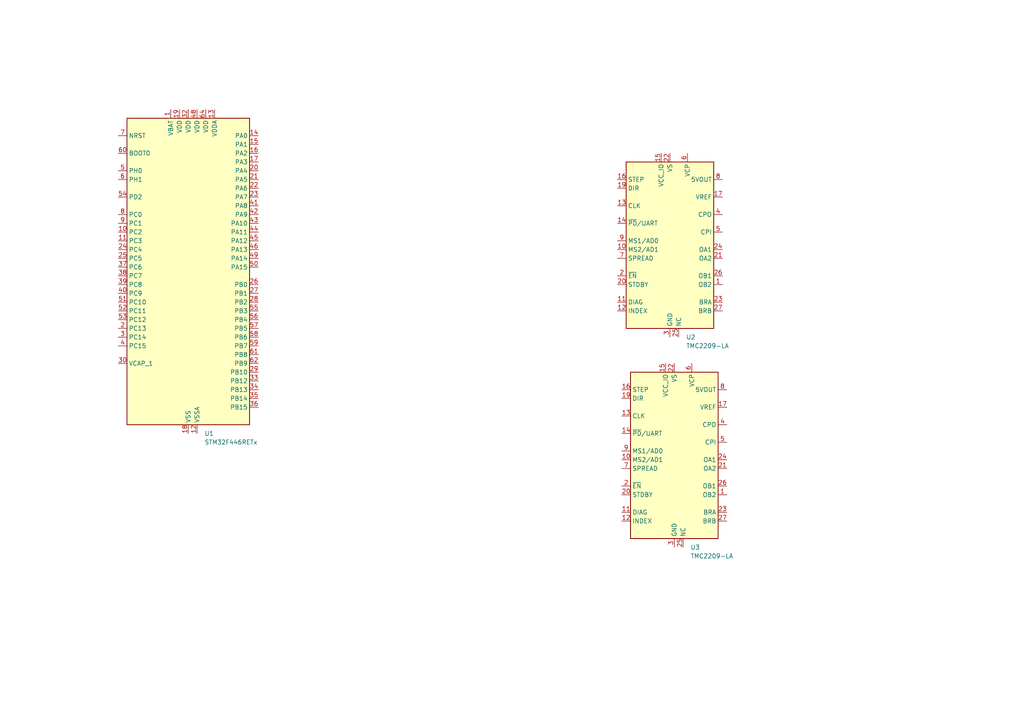
<source format=kicad_sch>
(kicad_sch
	(version 20250114)
	(generator "eeschema")
	(generator_version "9.0")
	(uuid "7ea2363f-6757-4fc6-83f2-16ce190d79d1")
	(paper "A4")
	(lib_symbols
		(symbol "Driver_Motor:TMC2209-LA"
			(exclude_from_sim no)
			(in_bom yes)
			(on_board yes)
			(property "Reference" "U"
				(at -11.684 26.924 0)
				(effects
					(font
						(size 1.27 1.27)
					)
				)
			)
			(property "Value" "TMC2209-LA"
				(at 13.208 26.924 0)
				(effects
					(font
						(size 1.27 1.27)
					)
				)
			)
			(property "Footprint" "Package_DFN_QFN:VQFN-28-1EP_5x5mm_P0.5mm_EP3.7x3.7mm_ThermalVias"
				(at 0 -27.94 0)
				(effects
					(font
						(size 1.27 1.27)
					)
					(hide yes)
				)
			)
			(property "Datasheet" "https://www.analog.com/media/en/technical-documentation/data-sheets/TMC2209_datasheet_rev1.09.pdf"
				(at 0 -29.972 0)
				(effects
					(font
						(size 1.27 1.27)
					)
					(hide yes)
				)
			)
			(property "Description" "2-phase stepper motor driver, 256 µSteps, 2.8A peak, 2.0A RMS, VS = 4.75..29V, STEP/DIR and UART interface, VQFN-28"
				(at 0 -32.004 0)
				(effects
					(font
						(size 1.27 1.27)
					)
					(hide yes)
				)
			)
			(property "ki_keywords" "ADI-Trinamic Analog-Devices"
				(at 0 0 0)
				(effects
					(font
						(size 1.27 1.27)
					)
					(hide yes)
				)
			)
			(property "ki_fp_filters" "*VQFN*5x5mm*P0.5mm*EP3.7*3.7*"
				(at 0 0 0)
				(effects
					(font
						(size 1.27 1.27)
					)
					(hide yes)
				)
			)
			(symbol "TMC2209-LA_0_1"
				(rectangle
					(start -12.7 25.4)
					(end 12.7 -22.86)
					(stroke
						(width 0.254)
						(type default)
					)
					(fill
						(type background)
					)
				)
			)
			(symbol "TMC2209-LA_1_1"
				(pin input line
					(at -15.24 20.32 0)
					(length 2.54)
					(name "STEP"
						(effects
							(font
								(size 1.27 1.27)
							)
						)
					)
					(number "16"
						(effects
							(font
								(size 1.27 1.27)
							)
						)
					)
				)
				(pin input line
					(at -15.24 17.78 0)
					(length 2.54)
					(name "DIR"
						(effects
							(font
								(size 1.27 1.27)
							)
						)
					)
					(number "19"
						(effects
							(font
								(size 1.27 1.27)
							)
						)
					)
				)
				(pin input line
					(at -15.24 12.7 0)
					(length 2.54)
					(name "CLK"
						(effects
							(font
								(size 1.27 1.27)
							)
						)
					)
					(number "13"
						(effects
							(font
								(size 1.27 1.27)
							)
						)
					)
				)
				(pin bidirectional line
					(at -15.24 7.62 0)
					(length 2.54)
					(name "~{PD}/UART"
						(effects
							(font
								(size 1.27 1.27)
							)
						)
					)
					(number "14"
						(effects
							(font
								(size 1.27 1.27)
							)
						)
					)
				)
				(pin input line
					(at -15.24 2.54 0)
					(length 2.54)
					(name "MS1/AD0"
						(effects
							(font
								(size 1.27 1.27)
							)
						)
					)
					(number "9"
						(effects
							(font
								(size 1.27 1.27)
							)
						)
					)
				)
				(pin input line
					(at -15.24 0 0)
					(length 2.54)
					(name "MS2/AD1"
						(effects
							(font
								(size 1.27 1.27)
							)
						)
					)
					(number "10"
						(effects
							(font
								(size 1.27 1.27)
							)
						)
					)
				)
				(pin input line
					(at -15.24 -2.54 0)
					(length 2.54)
					(name "SPREAD"
						(effects
							(font
								(size 1.27 1.27)
							)
						)
					)
					(number "7"
						(effects
							(font
								(size 1.27 1.27)
							)
						)
					)
				)
				(pin input line
					(at -15.24 -7.62 0)
					(length 2.54)
					(name "~{EN}"
						(effects
							(font
								(size 1.27 1.27)
							)
						)
					)
					(number "2"
						(effects
							(font
								(size 1.27 1.27)
							)
						)
					)
				)
				(pin input line
					(at -15.24 -10.16 0)
					(length 2.54)
					(name "STDBY"
						(effects
							(font
								(size 1.27 1.27)
							)
						)
					)
					(number "20"
						(effects
							(font
								(size 1.27 1.27)
							)
						)
					)
				)
				(pin output line
					(at -15.24 -15.24 0)
					(length 2.54)
					(name "DIAG"
						(effects
							(font
								(size 1.27 1.27)
							)
						)
					)
					(number "11"
						(effects
							(font
								(size 1.27 1.27)
							)
						)
					)
				)
				(pin output line
					(at -15.24 -17.78 0)
					(length 2.54)
					(name "INDEX"
						(effects
							(font
								(size 1.27 1.27)
							)
						)
					)
					(number "12"
						(effects
							(font
								(size 1.27 1.27)
							)
						)
					)
				)
				(pin power_in line
					(at -2.54 27.94 270)
					(length 2.54)
					(name "VCC_IO"
						(effects
							(font
								(size 1.27 1.27)
							)
						)
					)
					(number "15"
						(effects
							(font
								(size 1.27 1.27)
							)
						)
					)
				)
				(pin power_in line
					(at 0 27.94 270)
					(length 2.54)
					(name "VS"
						(effects
							(font
								(size 1.27 1.27)
							)
						)
					)
					(number "22"
						(effects
							(font
								(size 1.27 1.27)
							)
						)
					)
				)
				(pin passive line
					(at 0 27.94 270)
					(length 2.54)
					(hide yes)
					(name "VS"
						(effects
							(font
								(size 1.27 1.27)
							)
						)
					)
					(number "28"
						(effects
							(font
								(size 1.27 1.27)
							)
						)
					)
				)
				(pin passive line
					(at 0 -25.4 90)
					(length 2.54)
					(hide yes)
					(name "GND"
						(effects
							(font
								(size 1.27 1.27)
							)
						)
					)
					(number "18"
						(effects
							(font
								(size 1.27 1.27)
							)
						)
					)
				)
				(pin passive line
					(at 0 -25.4 90)
					(length 2.54)
					(hide yes)
					(name "GND"
						(effects
							(font
								(size 1.27 1.27)
							)
						)
					)
					(number "29"
						(effects
							(font
								(size 1.27 1.27)
							)
						)
					)
				)
				(pin power_in line
					(at 0 -25.4 90)
					(length 2.54)
					(name "GND"
						(effects
							(font
								(size 1.27 1.27)
							)
						)
					)
					(number "3"
						(effects
							(font
								(size 1.27 1.27)
							)
						)
					)
				)
				(pin passive line
					(at 2.54 -25.4 90)
					(length 2.54)
					(name "NC"
						(effects
							(font
								(size 1.27 1.27)
							)
						)
					)
					(number "25"
						(effects
							(font
								(size 1.27 1.27)
							)
						)
					)
				)
				(pin output line
					(at 5.08 27.94 270)
					(length 2.54)
					(name "VCP"
						(effects
							(font
								(size 1.27 1.27)
							)
						)
					)
					(number "6"
						(effects
							(font
								(size 1.27 1.27)
							)
						)
					)
				)
				(pin power_out line
					(at 15.24 20.32 180)
					(length 2.54)
					(name "5VOUT"
						(effects
							(font
								(size 1.27 1.27)
							)
						)
					)
					(number "8"
						(effects
							(font
								(size 1.27 1.27)
							)
						)
					)
				)
				(pin passive line
					(at 15.24 15.24 180)
					(length 2.54)
					(name "VREF"
						(effects
							(font
								(size 1.27 1.27)
							)
						)
					)
					(number "17"
						(effects
							(font
								(size 1.27 1.27)
							)
						)
					)
				)
				(pin input line
					(at 15.24 10.16 180)
					(length 2.54)
					(name "CPO"
						(effects
							(font
								(size 1.27 1.27)
							)
						)
					)
					(number "4"
						(effects
							(font
								(size 1.27 1.27)
							)
						)
					)
				)
				(pin input line
					(at 15.24 5.08 180)
					(length 2.54)
					(name "CPI"
						(effects
							(font
								(size 1.27 1.27)
							)
						)
					)
					(number "5"
						(effects
							(font
								(size 1.27 1.27)
							)
						)
					)
				)
				(pin output line
					(at 15.24 0 180)
					(length 2.54)
					(name "OA1"
						(effects
							(font
								(size 1.27 1.27)
							)
						)
					)
					(number "24"
						(effects
							(font
								(size 1.27 1.27)
							)
						)
					)
				)
				(pin output line
					(at 15.24 -2.54 180)
					(length 2.54)
					(name "OA2"
						(effects
							(font
								(size 1.27 1.27)
							)
						)
					)
					(number "21"
						(effects
							(font
								(size 1.27 1.27)
							)
						)
					)
				)
				(pin output line
					(at 15.24 -7.62 180)
					(length 2.54)
					(name "OB1"
						(effects
							(font
								(size 1.27 1.27)
							)
						)
					)
					(number "26"
						(effects
							(font
								(size 1.27 1.27)
							)
						)
					)
				)
				(pin output line
					(at 15.24 -10.16 180)
					(length 2.54)
					(name "OB2"
						(effects
							(font
								(size 1.27 1.27)
							)
						)
					)
					(number "1"
						(effects
							(font
								(size 1.27 1.27)
							)
						)
					)
				)
				(pin input line
					(at 15.24 -15.24 180)
					(length 2.54)
					(name "BRA"
						(effects
							(font
								(size 1.27 1.27)
							)
						)
					)
					(number "23"
						(effects
							(font
								(size 1.27 1.27)
							)
						)
					)
				)
				(pin input line
					(at 15.24 -17.78 180)
					(length 2.54)
					(name "BRB"
						(effects
							(font
								(size 1.27 1.27)
							)
						)
					)
					(number "27"
						(effects
							(font
								(size 1.27 1.27)
							)
						)
					)
				)
			)
			(embedded_fonts no)
		)
		(symbol "MCU_ST_STM32F4:STM32F446RETx"
			(exclude_from_sim no)
			(in_bom yes)
			(on_board yes)
			(property "Reference" "U"
				(at -17.78 46.99 0)
				(effects
					(font
						(size 1.27 1.27)
					)
					(justify left)
				)
			)
			(property "Value" "STM32F446RETx"
				(at 10.16 46.99 0)
				(effects
					(font
						(size 1.27 1.27)
					)
					(justify left)
				)
			)
			(property "Footprint" "Package_QFP:LQFP-64_10x10mm_P0.5mm"
				(at -17.78 -43.18 0)
				(effects
					(font
						(size 1.27 1.27)
					)
					(justify right)
					(hide yes)
				)
			)
			(property "Datasheet" "https://www.st.com/resource/en/datasheet/stm32f446re.pdf"
				(at 0 0 0)
				(effects
					(font
						(size 1.27 1.27)
					)
					(hide yes)
				)
			)
			(property "Description" "STMicroelectronics Arm Cortex-M4 MCU, 512KB flash, 128KB RAM, 180 MHz, 1.8-3.6V, 50 GPIO, LQFP64"
				(at 0 0 0)
				(effects
					(font
						(size 1.27 1.27)
					)
					(hide yes)
				)
			)
			(property "ki_keywords" "Arm Cortex-M4 STM32F4 STM32F446"
				(at 0 0 0)
				(effects
					(font
						(size 1.27 1.27)
					)
					(hide yes)
				)
			)
			(property "ki_fp_filters" "LQFP*10x10mm*P0.5mm*"
				(at 0 0 0)
				(effects
					(font
						(size 1.27 1.27)
					)
					(hide yes)
				)
			)
			(symbol "STM32F446RETx_0_1"
				(rectangle
					(start -17.78 -43.18)
					(end 17.78 45.72)
					(stroke
						(width 0.254)
						(type default)
					)
					(fill
						(type background)
					)
				)
			)
			(symbol "STM32F446RETx_1_1"
				(pin input line
					(at -20.32 40.64 0)
					(length 2.54)
					(name "NRST"
						(effects
							(font
								(size 1.27 1.27)
							)
						)
					)
					(number "7"
						(effects
							(font
								(size 1.27 1.27)
							)
						)
					)
				)
				(pin input line
					(at -20.32 35.56 0)
					(length 2.54)
					(name "BOOT0"
						(effects
							(font
								(size 1.27 1.27)
							)
						)
					)
					(number "60"
						(effects
							(font
								(size 1.27 1.27)
							)
						)
					)
				)
				(pin bidirectional line
					(at -20.32 30.48 0)
					(length 2.54)
					(name "PH0"
						(effects
							(font
								(size 1.27 1.27)
							)
						)
					)
					(number "5"
						(effects
							(font
								(size 1.27 1.27)
							)
						)
					)
					(alternate "RCC_OSC_IN" bidirectional line)
				)
				(pin bidirectional line
					(at -20.32 27.94 0)
					(length 2.54)
					(name "PH1"
						(effects
							(font
								(size 1.27 1.27)
							)
						)
					)
					(number "6"
						(effects
							(font
								(size 1.27 1.27)
							)
						)
					)
					(alternate "RCC_OSC_OUT" bidirectional line)
				)
				(pin bidirectional line
					(at -20.32 22.86 0)
					(length 2.54)
					(name "PD2"
						(effects
							(font
								(size 1.27 1.27)
							)
						)
					)
					(number "54"
						(effects
							(font
								(size 1.27 1.27)
							)
						)
					)
					(alternate "DCMI_D11" bidirectional line)
					(alternate "SDIO_CMD" bidirectional line)
					(alternate "TIM3_ETR" bidirectional line)
					(alternate "UART5_RX" bidirectional line)
				)
				(pin bidirectional line
					(at -20.32 17.78 0)
					(length 2.54)
					(name "PC0"
						(effects
							(font
								(size 1.27 1.27)
							)
						)
					)
					(number "8"
						(effects
							(font
								(size 1.27 1.27)
							)
						)
					)
					(alternate "ADC1_IN10" bidirectional line)
					(alternate "ADC2_IN10" bidirectional line)
					(alternate "ADC3_IN10" bidirectional line)
					(alternate "SAI1_MCLK_B" bidirectional line)
					(alternate "USB_OTG_HS_ULPI_STP" bidirectional line)
				)
				(pin bidirectional line
					(at -20.32 15.24 0)
					(length 2.54)
					(name "PC1"
						(effects
							(font
								(size 1.27 1.27)
							)
						)
					)
					(number "9"
						(effects
							(font
								(size 1.27 1.27)
							)
						)
					)
					(alternate "ADC1_IN11" bidirectional line)
					(alternate "ADC2_IN11" bidirectional line)
					(alternate "ADC3_IN11" bidirectional line)
					(alternate "I2S2_SD" bidirectional line)
					(alternate "I2S3_SD" bidirectional line)
					(alternate "SAI1_SD_A" bidirectional line)
					(alternate "SPI2_MOSI" bidirectional line)
					(alternate "SPI3_MOSI" bidirectional line)
				)
				(pin bidirectional line
					(at -20.32 12.7 0)
					(length 2.54)
					(name "PC2"
						(effects
							(font
								(size 1.27 1.27)
							)
						)
					)
					(number "10"
						(effects
							(font
								(size 1.27 1.27)
							)
						)
					)
					(alternate "ADC1_IN12" bidirectional line)
					(alternate "ADC2_IN12" bidirectional line)
					(alternate "ADC3_IN12" bidirectional line)
					(alternate "SPI2_MISO" bidirectional line)
					(alternate "USB_OTG_HS_ULPI_DIR" bidirectional line)
				)
				(pin bidirectional line
					(at -20.32 10.16 0)
					(length 2.54)
					(name "PC3"
						(effects
							(font
								(size 1.27 1.27)
							)
						)
					)
					(number "11"
						(effects
							(font
								(size 1.27 1.27)
							)
						)
					)
					(alternate "ADC1_IN13" bidirectional line)
					(alternate "ADC2_IN13" bidirectional line)
					(alternate "ADC3_IN13" bidirectional line)
					(alternate "I2S2_SD" bidirectional line)
					(alternate "SPI2_MOSI" bidirectional line)
					(alternate "USB_OTG_HS_ULPI_NXT" bidirectional line)
				)
				(pin bidirectional line
					(at -20.32 7.62 0)
					(length 2.54)
					(name "PC4"
						(effects
							(font
								(size 1.27 1.27)
							)
						)
					)
					(number "24"
						(effects
							(font
								(size 1.27 1.27)
							)
						)
					)
					(alternate "ADC1_IN14" bidirectional line)
					(alternate "ADC2_IN14" bidirectional line)
					(alternate "I2S1_MCK" bidirectional line)
					(alternate "SPDIFRX_IN2" bidirectional line)
				)
				(pin bidirectional line
					(at -20.32 5.08 0)
					(length 2.54)
					(name "PC5"
						(effects
							(font
								(size 1.27 1.27)
							)
						)
					)
					(number "25"
						(effects
							(font
								(size 1.27 1.27)
							)
						)
					)
					(alternate "ADC1_IN15" bidirectional line)
					(alternate "ADC2_IN15" bidirectional line)
					(alternate "SPDIFRX_IN3" bidirectional line)
					(alternate "USART3_RX" bidirectional line)
				)
				(pin bidirectional line
					(at -20.32 2.54 0)
					(length 2.54)
					(name "PC6"
						(effects
							(font
								(size 1.27 1.27)
							)
						)
					)
					(number "37"
						(effects
							(font
								(size 1.27 1.27)
							)
						)
					)
					(alternate "DCMI_D0" bidirectional line)
					(alternate "FMPI2C1_SCL" bidirectional line)
					(alternate "I2S2_MCK" bidirectional line)
					(alternate "SDIO_D6" bidirectional line)
					(alternate "TIM3_CH1" bidirectional line)
					(alternate "TIM8_CH1" bidirectional line)
					(alternate "USART6_TX" bidirectional line)
				)
				(pin bidirectional line
					(at -20.32 0 0)
					(length 2.54)
					(name "PC7"
						(effects
							(font
								(size 1.27 1.27)
							)
						)
					)
					(number "38"
						(effects
							(font
								(size 1.27 1.27)
							)
						)
					)
					(alternate "DCMI_D1" bidirectional line)
					(alternate "FMPI2C1_SDA" bidirectional line)
					(alternate "I2S2_CK" bidirectional line)
					(alternate "I2S3_MCK" bidirectional line)
					(alternate "SDIO_D7" bidirectional line)
					(alternate "SPDIFRX_IN1" bidirectional line)
					(alternate "SPI2_SCK" bidirectional line)
					(alternate "TIM3_CH2" bidirectional line)
					(alternate "TIM8_CH2" bidirectional line)
					(alternate "USART6_RX" bidirectional line)
				)
				(pin bidirectional line
					(at -20.32 -2.54 0)
					(length 2.54)
					(name "PC8"
						(effects
							(font
								(size 1.27 1.27)
							)
						)
					)
					(number "39"
						(effects
							(font
								(size 1.27 1.27)
							)
						)
					)
					(alternate "DCMI_D2" bidirectional line)
					(alternate "SDIO_D0" bidirectional line)
					(alternate "SYS_TRACED0" bidirectional line)
					(alternate "TIM3_CH3" bidirectional line)
					(alternate "TIM8_CH3" bidirectional line)
					(alternate "UART5_RTS" bidirectional line)
					(alternate "USART6_CK" bidirectional line)
				)
				(pin bidirectional line
					(at -20.32 -5.08 0)
					(length 2.54)
					(name "PC9"
						(effects
							(font
								(size 1.27 1.27)
							)
						)
					)
					(number "40"
						(effects
							(font
								(size 1.27 1.27)
							)
						)
					)
					(alternate "DAC_EXTI9" bidirectional line)
					(alternate "DCMI_D3" bidirectional line)
					(alternate "I2C3_SDA" bidirectional line)
					(alternate "I2S_CKIN" bidirectional line)
					(alternate "QUADSPI_BK1_IO0" bidirectional line)
					(alternate "RCC_MCO_2" bidirectional line)
					(alternate "SDIO_D1" bidirectional line)
					(alternate "TIM3_CH4" bidirectional line)
					(alternate "TIM8_CH4" bidirectional line)
					(alternate "UART5_CTS" bidirectional line)
				)
				(pin bidirectional line
					(at -20.32 -7.62 0)
					(length 2.54)
					(name "PC10"
						(effects
							(font
								(size 1.27 1.27)
							)
						)
					)
					(number "51"
						(effects
							(font
								(size 1.27 1.27)
							)
						)
					)
					(alternate "DCMI_D8" bidirectional line)
					(alternate "I2S3_CK" bidirectional line)
					(alternate "QUADSPI_BK1_IO1" bidirectional line)
					(alternate "SDIO_D2" bidirectional line)
					(alternate "SPI3_SCK" bidirectional line)
					(alternate "UART4_TX" bidirectional line)
					(alternate "USART3_TX" bidirectional line)
				)
				(pin bidirectional line
					(at -20.32 -10.16 0)
					(length 2.54)
					(name "PC11"
						(effects
							(font
								(size 1.27 1.27)
							)
						)
					)
					(number "52"
						(effects
							(font
								(size 1.27 1.27)
							)
						)
					)
					(alternate "ADC1_EXTI11" bidirectional line)
					(alternate "ADC2_EXTI11" bidirectional line)
					(alternate "ADC3_EXTI11" bidirectional line)
					(alternate "DCMI_D4" bidirectional line)
					(alternate "QUADSPI_BK2_NCS" bidirectional line)
					(alternate "SDIO_D3" bidirectional line)
					(alternate "SPI3_MISO" bidirectional line)
					(alternate "UART4_RX" bidirectional line)
					(alternate "USART3_RX" bidirectional line)
				)
				(pin bidirectional line
					(at -20.32 -12.7 0)
					(length 2.54)
					(name "PC12"
						(effects
							(font
								(size 1.27 1.27)
							)
						)
					)
					(number "53"
						(effects
							(font
								(size 1.27 1.27)
							)
						)
					)
					(alternate "DCMI_D9" bidirectional line)
					(alternate "I2C2_SDA" bidirectional line)
					(alternate "I2S3_SD" bidirectional line)
					(alternate "SDIO_CK" bidirectional line)
					(alternate "SPI3_MOSI" bidirectional line)
					(alternate "UART5_TX" bidirectional line)
					(alternate "USART3_CK" bidirectional line)
				)
				(pin bidirectional line
					(at -20.32 -15.24 0)
					(length 2.54)
					(name "PC13"
						(effects
							(font
								(size 1.27 1.27)
							)
						)
					)
					(number "2"
						(effects
							(font
								(size 1.27 1.27)
							)
						)
					)
					(alternate "RTC_AF1" bidirectional line)
					(alternate "SYS_WKUP1" bidirectional line)
				)
				(pin bidirectional line
					(at -20.32 -17.78 0)
					(length 2.54)
					(name "PC14"
						(effects
							(font
								(size 1.27 1.27)
							)
						)
					)
					(number "3"
						(effects
							(font
								(size 1.27 1.27)
							)
						)
					)
					(alternate "RCC_OSC32_IN" bidirectional line)
				)
				(pin bidirectional line
					(at -20.32 -20.32 0)
					(length 2.54)
					(name "PC15"
						(effects
							(font
								(size 1.27 1.27)
							)
						)
					)
					(number "4"
						(effects
							(font
								(size 1.27 1.27)
							)
						)
					)
					(alternate "ADC1_EXTI15" bidirectional line)
					(alternate "ADC2_EXTI15" bidirectional line)
					(alternate "ADC3_EXTI15" bidirectional line)
					(alternate "RCC_OSC32_OUT" bidirectional line)
				)
				(pin power_out line
					(at -20.32 -25.4 0)
					(length 2.54)
					(name "VCAP_1"
						(effects
							(font
								(size 1.27 1.27)
							)
						)
					)
					(number "30"
						(effects
							(font
								(size 1.27 1.27)
							)
						)
					)
				)
				(pin power_in line
					(at -5.08 48.26 270)
					(length 2.54)
					(name "VBAT"
						(effects
							(font
								(size 1.27 1.27)
							)
						)
					)
					(number "1"
						(effects
							(font
								(size 1.27 1.27)
							)
						)
					)
				)
				(pin power_in line
					(at -2.54 48.26 270)
					(length 2.54)
					(name "VDD"
						(effects
							(font
								(size 1.27 1.27)
							)
						)
					)
					(number "19"
						(effects
							(font
								(size 1.27 1.27)
							)
						)
					)
				)
				(pin power_in line
					(at 0 48.26 270)
					(length 2.54)
					(name "VDD"
						(effects
							(font
								(size 1.27 1.27)
							)
						)
					)
					(number "32"
						(effects
							(font
								(size 1.27 1.27)
							)
						)
					)
				)
				(pin power_in line
					(at 0 -45.72 90)
					(length 2.54)
					(name "VSS"
						(effects
							(font
								(size 1.27 1.27)
							)
						)
					)
					(number "18"
						(effects
							(font
								(size 1.27 1.27)
							)
						)
					)
				)
				(pin passive line
					(at 0 -45.72 90)
					(length 2.54)
					(hide yes)
					(name "VSS"
						(effects
							(font
								(size 1.27 1.27)
							)
						)
					)
					(number "31"
						(effects
							(font
								(size 1.27 1.27)
							)
						)
					)
				)
				(pin passive line
					(at 0 -45.72 90)
					(length 2.54)
					(hide yes)
					(name "VSS"
						(effects
							(font
								(size 1.27 1.27)
							)
						)
					)
					(number "47"
						(effects
							(font
								(size 1.27 1.27)
							)
						)
					)
				)
				(pin passive line
					(at 0 -45.72 90)
					(length 2.54)
					(hide yes)
					(name "VSS"
						(effects
							(font
								(size 1.27 1.27)
							)
						)
					)
					(number "63"
						(effects
							(font
								(size 1.27 1.27)
							)
						)
					)
				)
				(pin power_in line
					(at 2.54 48.26 270)
					(length 2.54)
					(name "VDD"
						(effects
							(font
								(size 1.27 1.27)
							)
						)
					)
					(number "48"
						(effects
							(font
								(size 1.27 1.27)
							)
						)
					)
				)
				(pin power_in line
					(at 2.54 -45.72 90)
					(length 2.54)
					(name "VSSA"
						(effects
							(font
								(size 1.27 1.27)
							)
						)
					)
					(number "12"
						(effects
							(font
								(size 1.27 1.27)
							)
						)
					)
				)
				(pin power_in line
					(at 5.08 48.26 270)
					(length 2.54)
					(name "VDD"
						(effects
							(font
								(size 1.27 1.27)
							)
						)
					)
					(number "64"
						(effects
							(font
								(size 1.27 1.27)
							)
						)
					)
				)
				(pin power_in line
					(at 7.62 48.26 270)
					(length 2.54)
					(name "VDDA"
						(effects
							(font
								(size 1.27 1.27)
							)
						)
					)
					(number "13"
						(effects
							(font
								(size 1.27 1.27)
							)
						)
					)
				)
				(pin bidirectional line
					(at 20.32 40.64 180)
					(length 2.54)
					(name "PA0"
						(effects
							(font
								(size 1.27 1.27)
							)
						)
					)
					(number "14"
						(effects
							(font
								(size 1.27 1.27)
							)
						)
					)
					(alternate "ADC1_IN0" bidirectional line)
					(alternate "ADC2_IN0" bidirectional line)
					(alternate "ADC3_IN0" bidirectional line)
					(alternate "RTC_AF2" bidirectional line)
					(alternate "SYS_WKUP0" bidirectional line)
					(alternate "TIM2_CH1" bidirectional line)
					(alternate "TIM2_ETR" bidirectional line)
					(alternate "TIM5_CH1" bidirectional line)
					(alternate "TIM8_ETR" bidirectional line)
					(alternate "UART4_TX" bidirectional line)
					(alternate "USART2_CTS" bidirectional line)
				)
				(pin bidirectional line
					(at 20.32 38.1 180)
					(length 2.54)
					(name "PA1"
						(effects
							(font
								(size 1.27 1.27)
							)
						)
					)
					(number "15"
						(effects
							(font
								(size 1.27 1.27)
							)
						)
					)
					(alternate "ADC1_IN1" bidirectional line)
					(alternate "ADC2_IN1" bidirectional line)
					(alternate "ADC3_IN1" bidirectional line)
					(alternate "QUADSPI_BK1_IO3" bidirectional line)
					(alternate "TIM2_CH2" bidirectional line)
					(alternate "TIM5_CH2" bidirectional line)
					(alternate "UART4_RX" bidirectional line)
					(alternate "USART2_RTS" bidirectional line)
				)
				(pin bidirectional line
					(at 20.32 35.56 180)
					(length 2.54)
					(name "PA2"
						(effects
							(font
								(size 1.27 1.27)
							)
						)
					)
					(number "16"
						(effects
							(font
								(size 1.27 1.27)
							)
						)
					)
					(alternate "ADC1_IN2" bidirectional line)
					(alternate "ADC2_IN2" bidirectional line)
					(alternate "ADC3_IN2" bidirectional line)
					(alternate "TIM2_CH3" bidirectional line)
					(alternate "TIM5_CH3" bidirectional line)
					(alternate "TIM9_CH1" bidirectional line)
					(alternate "USART2_TX" bidirectional line)
				)
				(pin bidirectional line
					(at 20.32 33.02 180)
					(length 2.54)
					(name "PA3"
						(effects
							(font
								(size 1.27 1.27)
							)
						)
					)
					(number "17"
						(effects
							(font
								(size 1.27 1.27)
							)
						)
					)
					(alternate "ADC1_IN3" bidirectional line)
					(alternate "ADC2_IN3" bidirectional line)
					(alternate "ADC3_IN3" bidirectional line)
					(alternate "SAI1_FS_A" bidirectional line)
					(alternate "TIM2_CH4" bidirectional line)
					(alternate "TIM5_CH4" bidirectional line)
					(alternate "TIM9_CH2" bidirectional line)
					(alternate "USART2_RX" bidirectional line)
					(alternate "USB_OTG_HS_ULPI_D0" bidirectional line)
				)
				(pin bidirectional line
					(at 20.32 30.48 180)
					(length 2.54)
					(name "PA4"
						(effects
							(font
								(size 1.27 1.27)
							)
						)
					)
					(number "20"
						(effects
							(font
								(size 1.27 1.27)
							)
						)
					)
					(alternate "ADC1_IN4" bidirectional line)
					(alternate "ADC2_IN4" bidirectional line)
					(alternate "DAC_OUT1" bidirectional line)
					(alternate "DCMI_HSYNC" bidirectional line)
					(alternate "I2S1_WS" bidirectional line)
					(alternate "I2S3_WS" bidirectional line)
					(alternate "SPI1_NSS" bidirectional line)
					(alternate "SPI3_NSS" bidirectional line)
					(alternate "USART2_CK" bidirectional line)
					(alternate "USB_OTG_HS_SOF" bidirectional line)
				)
				(pin bidirectional line
					(at 20.32 27.94 180)
					(length 2.54)
					(name "PA5"
						(effects
							(font
								(size 1.27 1.27)
							)
						)
					)
					(number "21"
						(effects
							(font
								(size 1.27 1.27)
							)
						)
					)
					(alternate "ADC1_IN5" bidirectional line)
					(alternate "ADC2_IN5" bidirectional line)
					(alternate "DAC_OUT2" bidirectional line)
					(alternate "I2S1_CK" bidirectional line)
					(alternate "SPI1_SCK" bidirectional line)
					(alternate "TIM2_CH1" bidirectional line)
					(alternate "TIM2_ETR" bidirectional line)
					(alternate "TIM8_CH1N" bidirectional line)
					(alternate "USB_OTG_HS_ULPI_CK" bidirectional line)
				)
				(pin bidirectional line
					(at 20.32 25.4 180)
					(length 2.54)
					(name "PA6"
						(effects
							(font
								(size 1.27 1.27)
							)
						)
					)
					(number "22"
						(effects
							(font
								(size 1.27 1.27)
							)
						)
					)
					(alternate "ADC1_IN6" bidirectional line)
					(alternate "ADC2_IN6" bidirectional line)
					(alternate "DCMI_PIXCLK" bidirectional line)
					(alternate "I2S2_MCK" bidirectional line)
					(alternate "SPI1_MISO" bidirectional line)
					(alternate "TIM13_CH1" bidirectional line)
					(alternate "TIM1_BKIN" bidirectional line)
					(alternate "TIM3_CH1" bidirectional line)
					(alternate "TIM8_BKIN" bidirectional line)
				)
				(pin bidirectional line
					(at 20.32 22.86 180)
					(length 2.54)
					(name "PA7"
						(effects
							(font
								(size 1.27 1.27)
							)
						)
					)
					(number "23"
						(effects
							(font
								(size 1.27 1.27)
							)
						)
					)
					(alternate "ADC1_IN7" bidirectional line)
					(alternate "ADC2_IN7" bidirectional line)
					(alternate "I2S1_SD" bidirectional line)
					(alternate "SPI1_MOSI" bidirectional line)
					(alternate "TIM14_CH1" bidirectional line)
					(alternate "TIM1_CH1N" bidirectional line)
					(alternate "TIM3_CH2" bidirectional line)
					(alternate "TIM8_CH1N" bidirectional line)
				)
				(pin bidirectional line
					(at 20.32 20.32 180)
					(length 2.54)
					(name "PA8"
						(effects
							(font
								(size 1.27 1.27)
							)
						)
					)
					(number "41"
						(effects
							(font
								(size 1.27 1.27)
							)
						)
					)
					(alternate "I2C3_SCL" bidirectional line)
					(alternate "RCC_MCO_1" bidirectional line)
					(alternate "TIM1_CH1" bidirectional line)
					(alternate "USART1_CK" bidirectional line)
					(alternate "USB_OTG_FS_SOF" bidirectional line)
				)
				(pin bidirectional line
					(at 20.32 17.78 180)
					(length 2.54)
					(name "PA9"
						(effects
							(font
								(size 1.27 1.27)
							)
						)
					)
					(number "42"
						(effects
							(font
								(size 1.27 1.27)
							)
						)
					)
					(alternate "DAC_EXTI9" bidirectional line)
					(alternate "DCMI_D0" bidirectional line)
					(alternate "I2C3_SMBA" bidirectional line)
					(alternate "I2S2_CK" bidirectional line)
					(alternate "SAI1_SD_B" bidirectional line)
					(alternate "SPI2_SCK" bidirectional line)
					(alternate "TIM1_CH2" bidirectional line)
					(alternate "USART1_TX" bidirectional line)
					(alternate "USB_OTG_FS_VBUS" bidirectional line)
				)
				(pin bidirectional line
					(at 20.32 15.24 180)
					(length 2.54)
					(name "PA10"
						(effects
							(font
								(size 1.27 1.27)
							)
						)
					)
					(number "43"
						(effects
							(font
								(size 1.27 1.27)
							)
						)
					)
					(alternate "DCMI_D1" bidirectional line)
					(alternate "TIM1_CH3" bidirectional line)
					(alternate "USART1_RX" bidirectional line)
					(alternate "USB_OTG_FS_ID" bidirectional line)
				)
				(pin bidirectional line
					(at 20.32 12.7 180)
					(length 2.54)
					(name "PA11"
						(effects
							(font
								(size 1.27 1.27)
							)
						)
					)
					(number "44"
						(effects
							(font
								(size 1.27 1.27)
							)
						)
					)
					(alternate "ADC1_EXTI11" bidirectional line)
					(alternate "ADC2_EXTI11" bidirectional line)
					(alternate "ADC3_EXTI11" bidirectional line)
					(alternate "CAN1_RX" bidirectional line)
					(alternate "TIM1_CH4" bidirectional line)
					(alternate "USART1_CTS" bidirectional line)
					(alternate "USB_OTG_FS_DM" bidirectional line)
				)
				(pin bidirectional line
					(at 20.32 10.16 180)
					(length 2.54)
					(name "PA12"
						(effects
							(font
								(size 1.27 1.27)
							)
						)
					)
					(number "45"
						(effects
							(font
								(size 1.27 1.27)
							)
						)
					)
					(alternate "CAN1_TX" bidirectional line)
					(alternate "TIM1_ETR" bidirectional line)
					(alternate "USART1_RTS" bidirectional line)
					(alternate "USB_OTG_FS_DP" bidirectional line)
				)
				(pin bidirectional line
					(at 20.32 7.62 180)
					(length 2.54)
					(name "PA13"
						(effects
							(font
								(size 1.27 1.27)
							)
						)
					)
					(number "46"
						(effects
							(font
								(size 1.27 1.27)
							)
						)
					)
					(alternate "SYS_JTMS-SWDIO" bidirectional line)
				)
				(pin bidirectional line
					(at 20.32 5.08 180)
					(length 2.54)
					(name "PA14"
						(effects
							(font
								(size 1.27 1.27)
							)
						)
					)
					(number "49"
						(effects
							(font
								(size 1.27 1.27)
							)
						)
					)
					(alternate "SYS_JTCK-SWCLK" bidirectional line)
				)
				(pin bidirectional line
					(at 20.32 2.54 180)
					(length 2.54)
					(name "PA15"
						(effects
							(font
								(size 1.27 1.27)
							)
						)
					)
					(number "50"
						(effects
							(font
								(size 1.27 1.27)
							)
						)
					)
					(alternate "ADC1_EXTI15" bidirectional line)
					(alternate "ADC2_EXTI15" bidirectional line)
					(alternate "ADC3_EXTI15" bidirectional line)
					(alternate "CEC" bidirectional line)
					(alternate "I2S1_WS" bidirectional line)
					(alternate "I2S3_WS" bidirectional line)
					(alternate "SPI1_NSS" bidirectional line)
					(alternate "SPI3_NSS" bidirectional line)
					(alternate "SYS_JTDI" bidirectional line)
					(alternate "TIM2_CH1" bidirectional line)
					(alternate "TIM2_ETR" bidirectional line)
					(alternate "UART4_RTS" bidirectional line)
				)
				(pin bidirectional line
					(at 20.32 -2.54 180)
					(length 2.54)
					(name "PB0"
						(effects
							(font
								(size 1.27 1.27)
							)
						)
					)
					(number "26"
						(effects
							(font
								(size 1.27 1.27)
							)
						)
					)
					(alternate "ADC1_IN8" bidirectional line)
					(alternate "ADC2_IN8" bidirectional line)
					(alternate "I2S3_SD" bidirectional line)
					(alternate "SDIO_D1" bidirectional line)
					(alternate "SPI3_MOSI" bidirectional line)
					(alternate "TIM1_CH2N" bidirectional line)
					(alternate "TIM3_CH3" bidirectional line)
					(alternate "TIM8_CH2N" bidirectional line)
					(alternate "UART4_CTS" bidirectional line)
					(alternate "USB_OTG_HS_ULPI_D1" bidirectional line)
				)
				(pin bidirectional line
					(at 20.32 -5.08 180)
					(length 2.54)
					(name "PB1"
						(effects
							(font
								(size 1.27 1.27)
							)
						)
					)
					(number "27"
						(effects
							(font
								(size 1.27 1.27)
							)
						)
					)
					(alternate "ADC1_IN9" bidirectional line)
					(alternate "ADC2_IN9" bidirectional line)
					(alternate "SDIO_D2" bidirectional line)
					(alternate "TIM1_CH3N" bidirectional line)
					(alternate "TIM3_CH4" bidirectional line)
					(alternate "TIM8_CH3N" bidirectional line)
					(alternate "USB_OTG_HS_ULPI_D2" bidirectional line)
				)
				(pin bidirectional line
					(at 20.32 -7.62 180)
					(length 2.54)
					(name "PB2"
						(effects
							(font
								(size 1.27 1.27)
							)
						)
					)
					(number "28"
						(effects
							(font
								(size 1.27 1.27)
							)
						)
					)
					(alternate "I2S3_SD" bidirectional line)
					(alternate "QUADSPI_CLK" bidirectional line)
					(alternate "SAI1_SD_A" bidirectional line)
					(alternate "SDIO_CK" bidirectional line)
					(alternate "SPI3_MOSI" bidirectional line)
					(alternate "TIM2_CH4" bidirectional line)
					(alternate "USB_OTG_HS_ULPI_D4" bidirectional line)
				)
				(pin bidirectional line
					(at 20.32 -10.16 180)
					(length 2.54)
					(name "PB3"
						(effects
							(font
								(size 1.27 1.27)
							)
						)
					)
					(number "55"
						(effects
							(font
								(size 1.27 1.27)
							)
						)
					)
					(alternate "I2C2_SDA" bidirectional line)
					(alternate "I2S1_CK" bidirectional line)
					(alternate "I2S3_CK" bidirectional line)
					(alternate "SPI1_SCK" bidirectional line)
					(alternate "SPI3_SCK" bidirectional line)
					(alternate "SYS_JTDO-SWO" bidirectional line)
					(alternate "TIM2_CH2" bidirectional line)
				)
				(pin bidirectional line
					(at 20.32 -12.7 180)
					(length 2.54)
					(name "PB4"
						(effects
							(font
								(size 1.27 1.27)
							)
						)
					)
					(number "56"
						(effects
							(font
								(size 1.27 1.27)
							)
						)
					)
					(alternate "I2C3_SDA" bidirectional line)
					(alternate "I2S2_WS" bidirectional line)
					(alternate "SPI1_MISO" bidirectional line)
					(alternate "SPI2_NSS" bidirectional line)
					(alternate "SPI3_MISO" bidirectional line)
					(alternate "SYS_JTRST" bidirectional line)
					(alternate "TIM3_CH1" bidirectional line)
				)
				(pin bidirectional line
					(at 20.32 -15.24 180)
					(length 2.54)
					(name "PB5"
						(effects
							(font
								(size 1.27 1.27)
							)
						)
					)
					(number "57"
						(effects
							(font
								(size 1.27 1.27)
							)
						)
					)
					(alternate "CAN2_RX" bidirectional line)
					(alternate "DCMI_D10" bidirectional line)
					(alternate "I2C1_SMBA" bidirectional line)
					(alternate "I2S1_SD" bidirectional line)
					(alternate "I2S3_SD" bidirectional line)
					(alternate "SPI1_MOSI" bidirectional line)
					(alternate "SPI3_MOSI" bidirectional line)
					(alternate "TIM3_CH2" bidirectional line)
					(alternate "USB_OTG_HS_ULPI_D7" bidirectional line)
				)
				(pin bidirectional line
					(at 20.32 -17.78 180)
					(length 2.54)
					(name "PB6"
						(effects
							(font
								(size 1.27 1.27)
							)
						)
					)
					(number "58"
						(effects
							(font
								(size 1.27 1.27)
							)
						)
					)
					(alternate "CAN2_TX" bidirectional line)
					(alternate "CEC" bidirectional line)
					(alternate "DCMI_D5" bidirectional line)
					(alternate "I2C1_SCL" bidirectional line)
					(alternate "QUADSPI_BK1_NCS" bidirectional line)
					(alternate "TIM4_CH1" bidirectional line)
					(alternate "USART1_TX" bidirectional line)
				)
				(pin bidirectional line
					(at 20.32 -20.32 180)
					(length 2.54)
					(name "PB7"
						(effects
							(font
								(size 1.27 1.27)
							)
						)
					)
					(number "59"
						(effects
							(font
								(size 1.27 1.27)
							)
						)
					)
					(alternate "DCMI_VSYNC" bidirectional line)
					(alternate "I2C1_SDA" bidirectional line)
					(alternate "SPDIFRX_IN0" bidirectional line)
					(alternate "TIM4_CH2" bidirectional line)
					(alternate "USART1_RX" bidirectional line)
				)
				(pin bidirectional line
					(at 20.32 -22.86 180)
					(length 2.54)
					(name "PB8"
						(effects
							(font
								(size 1.27 1.27)
							)
						)
					)
					(number "61"
						(effects
							(font
								(size 1.27 1.27)
							)
						)
					)
					(alternate "CAN1_RX" bidirectional line)
					(alternate "DCMI_D6" bidirectional line)
					(alternate "I2C1_SCL" bidirectional line)
					(alternate "SDIO_D4" bidirectional line)
					(alternate "TIM10_CH1" bidirectional line)
					(alternate "TIM2_CH1" bidirectional line)
					(alternate "TIM2_ETR" bidirectional line)
					(alternate "TIM4_CH3" bidirectional line)
				)
				(pin bidirectional line
					(at 20.32 -25.4 180)
					(length 2.54)
					(name "PB9"
						(effects
							(font
								(size 1.27 1.27)
							)
						)
					)
					(number "62"
						(effects
							(font
								(size 1.27 1.27)
							)
						)
					)
					(alternate "CAN1_TX" bidirectional line)
					(alternate "DAC_EXTI9" bidirectional line)
					(alternate "DCMI_D7" bidirectional line)
					(alternate "I2C1_SDA" bidirectional line)
					(alternate "I2S2_WS" bidirectional line)
					(alternate "SAI1_FS_B" bidirectional line)
					(alternate "SDIO_D5" bidirectional line)
					(alternate "SPI2_NSS" bidirectional line)
					(alternate "TIM11_CH1" bidirectional line)
					(alternate "TIM2_CH2" bidirectional line)
					(alternate "TIM4_CH4" bidirectional line)
				)
				(pin bidirectional line
					(at 20.32 -27.94 180)
					(length 2.54)
					(name "PB10"
						(effects
							(font
								(size 1.27 1.27)
							)
						)
					)
					(number "29"
						(effects
							(font
								(size 1.27 1.27)
							)
						)
					)
					(alternate "I2C2_SCL" bidirectional line)
					(alternate "I2S2_CK" bidirectional line)
					(alternate "SAI1_SCK_A" bidirectional line)
					(alternate "SPI2_SCK" bidirectional line)
					(alternate "TIM2_CH3" bidirectional line)
					(alternate "USART3_TX" bidirectional line)
					(alternate "USB_OTG_HS_ULPI_D3" bidirectional line)
				)
				(pin bidirectional line
					(at 20.32 -30.48 180)
					(length 2.54)
					(name "PB12"
						(effects
							(font
								(size 1.27 1.27)
							)
						)
					)
					(number "33"
						(effects
							(font
								(size 1.27 1.27)
							)
						)
					)
					(alternate "CAN2_RX" bidirectional line)
					(alternate "I2C2_SMBA" bidirectional line)
					(alternate "I2S2_WS" bidirectional line)
					(alternate "SAI1_SCK_B" bidirectional line)
					(alternate "SPI2_NSS" bidirectional line)
					(alternate "TIM1_BKIN" bidirectional line)
					(alternate "USART3_CK" bidirectional line)
					(alternate "USB_OTG_HS_ID" bidirectional line)
					(alternate "USB_OTG_HS_ULPI_D5" bidirectional line)
				)
				(pin bidirectional line
					(at 20.32 -33.02 180)
					(length 2.54)
					(name "PB13"
						(effects
							(font
								(size 1.27 1.27)
							)
						)
					)
					(number "34"
						(effects
							(font
								(size 1.27 1.27)
							)
						)
					)
					(alternate "CAN2_TX" bidirectional line)
					(alternate "I2S2_CK" bidirectional line)
					(alternate "SPI2_SCK" bidirectional line)
					(alternate "TIM1_CH1N" bidirectional line)
					(alternate "USART3_CTS" bidirectional line)
					(alternate "USB_OTG_HS_ULPI_D6" bidirectional line)
					(alternate "USB_OTG_HS_VBUS" bidirectional line)
				)
				(pin bidirectional line
					(at 20.32 -35.56 180)
					(length 2.54)
					(name "PB14"
						(effects
							(font
								(size 1.27 1.27)
							)
						)
					)
					(number "35"
						(effects
							(font
								(size 1.27 1.27)
							)
						)
					)
					(alternate "SPI2_MISO" bidirectional line)
					(alternate "TIM12_CH1" bidirectional line)
					(alternate "TIM1_CH2N" bidirectional line)
					(alternate "TIM8_CH2N" bidirectional line)
					(alternate "USART3_RTS" bidirectional line)
					(alternate "USB_OTG_HS_DM" bidirectional line)
				)
				(pin bidirectional line
					(at 20.32 -38.1 180)
					(length 2.54)
					(name "PB15"
						(effects
							(font
								(size 1.27 1.27)
							)
						)
					)
					(number "36"
						(effects
							(font
								(size 1.27 1.27)
							)
						)
					)
					(alternate "ADC1_EXTI15" bidirectional line)
					(alternate "ADC2_EXTI15" bidirectional line)
					(alternate "ADC3_EXTI15" bidirectional line)
					(alternate "I2S2_SD" bidirectional line)
					(alternate "RTC_REFIN" bidirectional line)
					(alternate "SPI2_MOSI" bidirectional line)
					(alternate "TIM12_CH2" bidirectional line)
					(alternate "TIM1_CH3N" bidirectional line)
					(alternate "TIM8_CH3N" bidirectional line)
					(alternate "USB_OTG_HS_DP" bidirectional line)
				)
			)
			(embedded_fonts no)
		)
	)
	(symbol
		(lib_id "Driver_Motor:TMC2209-LA")
		(at 195.58 133.35 0)
		(unit 1)
		(exclude_from_sim no)
		(in_bom yes)
		(on_board yes)
		(dnp no)
		(fields_autoplaced yes)
		(uuid "182919cc-ff34-442f-96b1-5646a16061e2")
		(property "Reference" "U3"
			(at 200.2633 158.75 0)
			(effects
				(font
					(size 1.27 1.27)
				)
				(justify left)
			)
		)
		(property "Value" "TMC2209-LA"
			(at 200.2633 161.29 0)
			(effects
				(font
					(size 1.27 1.27)
				)
				(justify left)
			)
		)
		(property "Footprint" "Package_DFN_QFN:VQFN-28-1EP_5x5mm_P0.5mm_EP3.7x3.7mm_ThermalVias"
			(at 195.58 161.29 0)
			(effects
				(font
					(size 1.27 1.27)
				)
				(hide yes)
			)
		)
		(property "Datasheet" "https://www.analog.com/media/en/technical-documentation/data-sheets/TMC2209_datasheet_rev1.09.pdf"
			(at 195.58 163.322 0)
			(effects
				(font
					(size 1.27 1.27)
				)
				(hide yes)
			)
		)
		(property "Description" "2-phase stepper motor driver, 256 µSteps, 2.8A peak, 2.0A RMS, VS = 4.75..29V, STEP/DIR and UART interface, VQFN-28"
			(at 195.58 165.354 0)
			(effects
				(font
					(size 1.27 1.27)
				)
				(hide yes)
			)
		)
		(pin "4"
			(uuid "06f97868-c17e-4015-ad49-1234712b0f89")
		)
		(pin "21"
			(uuid "89b10d4e-a6fd-43da-b2bc-264996289d98")
		)
		(pin "5"
			(uuid "84971719-cd15-43cd-a927-cb64301df43b")
		)
		(pin "23"
			(uuid "9e7565cb-426c-4471-b88a-196b337d8e7f")
		)
		(pin "17"
			(uuid "b8d2d5a1-7a3c-4377-9b8c-4b162e109c0b")
		)
		(pin "16"
			(uuid "722837fc-cc5b-4c71-a528-74a04df67127")
		)
		(pin "20"
			(uuid "677e93ed-ca2b-4be0-af1a-ecebfc23481c")
		)
		(pin "28"
			(uuid "69963133-be1e-41a2-b660-df2eb4b13989")
		)
		(pin "12"
			(uuid "466f47e8-b69a-4c8d-bb4d-ad6425709845")
		)
		(pin "15"
			(uuid "e25989e8-2069-460d-8260-173d421a16ae")
		)
		(pin "9"
			(uuid "46bf0727-f9b1-4589-897f-bce1c44cb511")
		)
		(pin "13"
			(uuid "e7e7cc73-a4b3-474a-a741-de7a53c3fc38")
		)
		(pin "10"
			(uuid "2a1d7717-847a-4915-bb6a-0272310f2835")
		)
		(pin "7"
			(uuid "9fe74b33-ed7c-465e-9405-2f78f42d4019")
		)
		(pin "22"
			(uuid "5cf51ce8-ad45-44e1-88f2-04560a18bbb7")
		)
		(pin "25"
			(uuid "ea2ee897-eac5-450c-98f3-66ffc3bfd76d")
		)
		(pin "18"
			(uuid "97cd06f2-411c-480d-9a31-068276a4e86e")
		)
		(pin "2"
			(uuid "3fef1b97-0f56-418e-abf9-efc19ca24f3c")
		)
		(pin "19"
			(uuid "d9af3530-5d97-4925-a9cd-5b6dd83c3bb2")
		)
		(pin "11"
			(uuid "492671bc-098e-49cd-96b3-0171cac04141")
		)
		(pin "14"
			(uuid "37949a9f-2d98-4203-86cf-96fe0742887c")
		)
		(pin "3"
			(uuid "8fe4a058-3c9b-4e38-9866-878186b19ff8")
		)
		(pin "6"
			(uuid "c556d673-7789-4185-bec8-d98ffcbfcbe1")
		)
		(pin "8"
			(uuid "7de1509f-9104-4c80-be16-8f41cd728f6d")
		)
		(pin "29"
			(uuid "1b9b7235-fe16-4197-aa5d-c58f102a9955")
		)
		(pin "24"
			(uuid "5c8acb46-c6a2-4251-b33e-f7038a00002f")
		)
		(pin "26"
			(uuid "0c9471fc-d248-4c4c-891f-73aa780aa567")
		)
		(pin "1"
			(uuid "c00420e2-2b37-490a-a5b8-d4264c0adf40")
		)
		(pin "27"
			(uuid "c2547c2a-fd56-43b5-920e-901218c5944b")
		)
		(instances
			(project ""
				(path "/7ea2363f-6757-4fc6-83f2-16ce190d79d1"
					(reference "U3")
					(unit 1)
				)
			)
		)
	)
	(symbol
		(lib_id "Driver_Motor:TMC2209-LA")
		(at 194.31 72.39 0)
		(unit 1)
		(exclude_from_sim no)
		(in_bom yes)
		(on_board yes)
		(dnp no)
		(fields_autoplaced yes)
		(uuid "e223aa4d-ef38-4307-baca-ea624f3b5d38")
		(property "Reference" "U2"
			(at 198.9933 97.79 0)
			(effects
				(font
					(size 1.27 1.27)
				)
				(justify left)
			)
		)
		(property "Value" "TMC2209-LA"
			(at 198.9933 100.33 0)
			(effects
				(font
					(size 1.27 1.27)
				)
				(justify left)
			)
		)
		(property "Footprint" "Package_DFN_QFN:VQFN-28-1EP_5x5mm_P0.5mm_EP3.7x3.7mm_ThermalVias"
			(at 194.31 100.33 0)
			(effects
				(font
					(size 1.27 1.27)
				)
				(hide yes)
			)
		)
		(property "Datasheet" "https://www.analog.com/media/en/technical-documentation/data-sheets/TMC2209_datasheet_rev1.09.pdf"
			(at 194.31 102.362 0)
			(effects
				(font
					(size 1.27 1.27)
				)
				(hide yes)
			)
		)
		(property "Description" "2-phase stepper motor driver, 256 µSteps, 2.8A peak, 2.0A RMS, VS = 4.75..29V, STEP/DIR and UART interface, VQFN-28"
			(at 194.31 104.394 0)
			(effects
				(font
					(size 1.27 1.27)
				)
				(hide yes)
			)
		)
		(pin "12"
			(uuid "4e10c304-7118-4e1d-80ff-a65b3f7b3f31")
		)
		(pin "28"
			(uuid "3d72842a-fe7e-46b5-b712-817892ac11c2")
		)
		(pin "26"
			(uuid "73b7ed33-a0d8-4d4e-a783-9faec3abe494")
		)
		(pin "13"
			(uuid "0b5fe9bb-f5f7-4509-ac0d-d6405f36737a")
		)
		(pin "9"
			(uuid "cc99b9f5-e7d7-4733-921b-7defba25898e")
		)
		(pin "29"
			(uuid "fa6e3325-a883-49f9-87e1-3cd0ff931970")
		)
		(pin "3"
			(uuid "b487c107-21ef-4587-a192-a3d9d5368f86")
		)
		(pin "14"
			(uuid "006ecbfd-43e3-41a4-9db6-1d2a92c6c257")
		)
		(pin "6"
			(uuid "37c73bb6-d7dc-4e72-8193-2c895ab2622d")
		)
		(pin "18"
			(uuid "10ef0ab8-10a9-4aeb-b31a-c2df71dba658")
		)
		(pin "8"
			(uuid "02a14476-a359-4b39-9e80-1af488dd3757")
		)
		(pin "2"
			(uuid "f81c2b45-df18-42c3-a144-fbed4cedc0fd")
		)
		(pin "7"
			(uuid "e4f8389f-bfea-4a5b-a0b4-0c8358f29e30")
		)
		(pin "17"
			(uuid "96a71b3c-f90d-4256-b6ec-91db7b304e2b")
		)
		(pin "4"
			(uuid "5967336a-967f-4e41-b61e-d1f6eb64aa18")
		)
		(pin "16"
			(uuid "3b461940-21fd-4f0e-bf33-f216d581e9d6")
		)
		(pin "10"
			(uuid "1b8acced-7dc2-4d99-9305-ceb6ca37e57a")
		)
		(pin "11"
			(uuid "4ee5cddf-980e-4134-9a0c-0490bae8117e")
		)
		(pin "25"
			(uuid "13930197-4dc0-48e3-b780-d01c9693bc97")
		)
		(pin "22"
			(uuid "84800ca4-bdf2-420b-a0a1-4f47aa3ad62c")
		)
		(pin "5"
			(uuid "448c6e95-2848-4c50-97b0-038a12d9fc0e")
		)
		(pin "24"
			(uuid "dd4a4e81-afcd-4fd4-9b02-6daaf23a6a3c")
		)
		(pin "19"
			(uuid "d934f361-a2da-4dbf-aa36-91552d556ea3")
		)
		(pin "20"
			(uuid "cc009163-d12f-437f-bf05-e2aafae00a84")
		)
		(pin "15"
			(uuid "a4015c66-59d7-4133-aafc-ebfde9915683")
		)
		(pin "21"
			(uuid "545071a4-c8c0-4ff9-92e4-1551a63cfddd")
		)
		(pin "1"
			(uuid "844eb34d-9d35-47ba-8909-5cb4b57736a4")
		)
		(pin "23"
			(uuid "0f2c9417-5c64-49a7-8d99-9b39c42ec3fe")
		)
		(pin "27"
			(uuid "130570d9-836e-4b15-9f87-693d9576d4ea")
		)
		(instances
			(project ""
				(path "/7ea2363f-6757-4fc6-83f2-16ce190d79d1"
					(reference "U2")
					(unit 1)
				)
			)
		)
	)
	(symbol
		(lib_id "MCU_ST_STM32F4:STM32F446RETx")
		(at 54.61 80.01 0)
		(unit 1)
		(exclude_from_sim no)
		(in_bom yes)
		(on_board yes)
		(dnp no)
		(fields_autoplaced yes)
		(uuid "e973b478-d5b3-421f-b4e6-8cca762c0b8d")
		(property "Reference" "U1"
			(at 59.2933 125.73 0)
			(effects
				(font
					(size 1.27 1.27)
				)
				(justify left)
			)
		)
		(property "Value" "STM32F446RETx"
			(at 59.2933 128.27 0)
			(effects
				(font
					(size 1.27 1.27)
				)
				(justify left)
			)
		)
		(property "Footprint" "Package_QFP:LQFP-64_10x10mm_P0.5mm"
			(at 36.83 123.19 0)
			(effects
				(font
					(size 1.27 1.27)
				)
				(justify right)
				(hide yes)
			)
		)
		(property "Datasheet" "https://www.st.com/resource/en/datasheet/stm32f446re.pdf"
			(at 54.61 80.01 0)
			(effects
				(font
					(size 1.27 1.27)
				)
				(hide yes)
			)
		)
		(property "Description" "STMicroelectronics Arm Cortex-M4 MCU, 512KB flash, 128KB RAM, 180 MHz, 1.8-3.6V, 50 GPIO, LQFP64"
			(at 54.61 80.01 0)
			(effects
				(font
					(size 1.27 1.27)
				)
				(hide yes)
			)
		)
		(pin "1"
			(uuid "3781021c-2d5c-42cf-8a83-08344c320b31")
		)
		(pin "18"
			(uuid "84b7ae43-6c80-4ad4-aff8-1208b53910bf")
		)
		(pin "52"
			(uuid "bbeb0a1a-5eab-4207-be98-33b577732814")
		)
		(pin "54"
			(uuid "730756be-f064-48f2-8eb3-550ec73528bf")
		)
		(pin "40"
			(uuid "9f993ef9-59c8-4e54-82dd-3fa6a47f2dba")
		)
		(pin "60"
			(uuid "a238d223-43e5-4fa1-aac5-a13b74dc4a46")
		)
		(pin "6"
			(uuid "f124640d-e1ce-46ba-a03a-4a24d25b018a")
		)
		(pin "53"
			(uuid "1afa0d54-3efe-4df8-990f-134f4d130067")
		)
		(pin "37"
			(uuid "802865da-659d-4e72-854d-2e2f4a008a72")
		)
		(pin "24"
			(uuid "f7714558-76c3-43e7-8bad-7584fa00aa2d")
		)
		(pin "8"
			(uuid "6f484da5-8146-4c18-8715-f774e7a88c41")
		)
		(pin "11"
			(uuid "203fc341-63a1-4b04-8617-ddd71067f577")
		)
		(pin "25"
			(uuid "e278384a-fd88-4e7b-ac86-67416a874b91")
		)
		(pin "38"
			(uuid "ecf60033-0869-48d5-b97c-e91d8e96996f")
		)
		(pin "7"
			(uuid "ed87fd9d-b19b-4fd8-ab8f-b17b24d06c5b")
		)
		(pin "10"
			(uuid "d437b75d-4d09-47ff-9f7a-a645ebb41477")
		)
		(pin "9"
			(uuid "262446dd-3b6e-4537-867c-b1f1ed1d2743")
		)
		(pin "51"
			(uuid "92f23ae8-7212-48d3-adbe-33dfcd1840d7")
		)
		(pin "2"
			(uuid "17fd86a4-d307-4d28-b197-b1cdb83f08ff")
		)
		(pin "3"
			(uuid "9126b5f9-778b-41aa-bbd4-466105dc252d")
		)
		(pin "4"
			(uuid "16df79a8-d9b8-4e79-8cb4-f90df5c2ed90")
		)
		(pin "30"
			(uuid "22083c05-a89f-4958-adc2-be6f665f0bd8")
		)
		(pin "5"
			(uuid "bd97a4b5-fb9b-476c-8289-f6ea681c1fb5")
		)
		(pin "39"
			(uuid "194849b7-5a9f-4408-99ab-1f0a85a800f8")
		)
		(pin "19"
			(uuid "2d0bb420-224c-4f77-9eb4-be7a7454189b")
		)
		(pin "32"
			(uuid "9ae00aff-3fcb-409e-9a74-e41d8753eb77")
		)
		(pin "15"
			(uuid "fb79a717-112a-46bb-b317-0f1b7a63756d")
		)
		(pin "43"
			(uuid "3f30c56b-03f3-4c78-81b6-d8199913d551")
		)
		(pin "12"
			(uuid "6aa4ef9b-fc92-46a5-bff3-24073036c806")
		)
		(pin "56"
			(uuid "8ee8de1e-be9d-44c1-b71a-58f9e99abd94")
		)
		(pin "23"
			(uuid "9db1f810-502e-4c0f-998a-1bf13c670061")
		)
		(pin "42"
			(uuid "c5821d58-f6bb-4f1d-a9ef-dbbab5ecd50d")
		)
		(pin "48"
			(uuid "083b2086-0c3e-4b76-a747-4342ff47d5b3")
		)
		(pin "31"
			(uuid "7016e6e8-ef34-41c0-8b9d-f4ef78567c10")
		)
		(pin "17"
			(uuid "e9d1084f-aefb-4cf4-a8a2-06ada666b486")
		)
		(pin "22"
			(uuid "97dbf2f3-a196-4b8e-a39c-a73f9e294cbf")
		)
		(pin "49"
			(uuid "0d14b1b4-8beb-4946-8b3e-bd371b7d02a4")
		)
		(pin "64"
			(uuid "2108b4c8-00f8-46c4-ba29-1502abd82432")
		)
		(pin "21"
			(uuid "152a3e17-5af4-4327-bcaa-dc95ae3ec495")
		)
		(pin "47"
			(uuid "bc9b49c4-c30d-45bd-9212-d1caa169a3c4")
		)
		(pin "14"
			(uuid "dac2b1a4-3d22-4e77-8a13-3fd405e36a9a")
		)
		(pin "13"
			(uuid "c53a2581-df7c-42bd-aa41-50bd0cc7fa7f")
		)
		(pin "16"
			(uuid "dca8fb6e-a306-4bf5-b839-9384ce471a12")
		)
		(pin "20"
			(uuid "65314b6f-f0d7-47bc-b981-44c4a0b30029")
		)
		(pin "41"
			(uuid "c679ad89-8153-47f2-a343-bb09d1f2ecdd")
		)
		(pin "44"
			(uuid "c1c55d7b-2f1f-4485-8efb-0dadc6efdde2")
		)
		(pin "63"
			(uuid "afae3422-4ded-4d77-ad5d-238bdf42b4d9")
		)
		(pin "46"
			(uuid "0e22b2b3-7adb-46d4-a9f4-4ba462906774")
		)
		(pin "50"
			(uuid "cef14f87-4c58-4931-93aa-f1ee1f4c8684")
		)
		(pin "26"
			(uuid "c6e2d40a-ee3e-4482-a70a-3a7008841e50")
		)
		(pin "27"
			(uuid "731aa015-62ac-4008-b500-d7c431769ac0")
		)
		(pin "28"
			(uuid "33fbe999-5bc4-4f4a-8253-e44f1918e52c")
		)
		(pin "55"
			(uuid "b7efdb12-a455-472a-8ef4-5ae881bd5c0f")
		)
		(pin "45"
			(uuid "b289df77-9a7b-449b-b117-bec4624fe8dd")
		)
		(pin "61"
			(uuid "9c0ef0e9-b980-4b89-8202-b8bc19b83f2f")
		)
		(pin "62"
			(uuid "5cb03dd9-db3d-4144-8574-586392efaeb9")
		)
		(pin "59"
			(uuid "c5bef6a8-0e5d-4168-8a2b-2162455b74e8")
		)
		(pin "29"
			(uuid "eb8526da-b5fa-4a4e-b7ac-5c846c055a3f")
		)
		(pin "33"
			(uuid "d52ad13a-2ff9-4683-be9c-46a6b437b823")
		)
		(pin "57"
			(uuid "14b6fde4-cda9-497a-9e47-3747597cf956")
		)
		(pin "34"
			(uuid "9a5be8d0-36bb-45f8-96b4-00c446847c5b")
		)
		(pin "58"
			(uuid "b283f3f1-50ca-49a3-a42b-9caa83c03c9a")
		)
		(pin "35"
			(uuid "0773cc86-0469-435b-b7d4-5002659c76d5")
		)
		(pin "36"
			(uuid "2149d295-54a4-49df-9452-84f762b92363")
		)
		(instances
			(project ""
				(path "/7ea2363f-6757-4fc6-83f2-16ce190d79d1"
					(reference "U1")
					(unit 1)
				)
			)
		)
	)
	(sheet_instances
		(path "/"
			(page "1")
		)
	)
	(embedded_fonts no)
)

</source>
